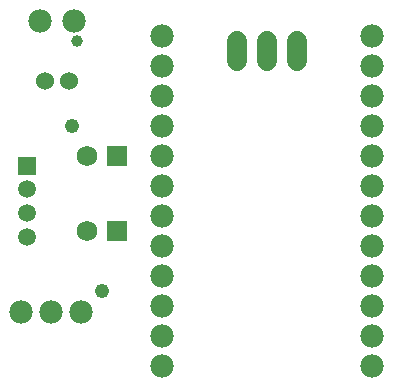
<source format=gbs>
G75*
G70*
%OFA0B0*%
%FSLAX24Y24*%
%IPPOS*%
%LPD*%
%AMOC8*
5,1,8,0,0,1.08239X$1,22.5*
%
%ADD10C,0.0780*%
%ADD11C,0.0680*%
%ADD12R,0.0690X0.0690*%
%ADD13C,0.0690*%
%ADD14C,0.0600*%
%ADD15R,0.0595X0.0595*%
%ADD16C,0.0595*%
%ADD17C,0.0480*%
%ADD18C,0.0396*%
D10*
X006800Y001825D03*
X006800Y002825D03*
X006800Y003825D03*
X006800Y004825D03*
X006800Y005825D03*
X006800Y006825D03*
X006800Y007825D03*
X006800Y008825D03*
X006800Y009825D03*
X006800Y010825D03*
X006800Y011825D03*
X006800Y012825D03*
X003870Y013325D03*
X002730Y013325D03*
X013800Y012825D03*
X013800Y011825D03*
X013800Y010825D03*
X013800Y009825D03*
X013800Y008825D03*
X013800Y007825D03*
X013800Y006825D03*
X013800Y005825D03*
X013800Y004825D03*
X013800Y003825D03*
X013800Y002825D03*
X013800Y001825D03*
X004100Y003625D03*
X003100Y003625D03*
X002100Y003625D03*
D11*
X009300Y012005D02*
X009300Y012645D01*
X010300Y012645D02*
X010300Y012005D01*
X011300Y012005D02*
X011300Y012645D01*
D12*
X005300Y008825D03*
X005300Y006325D03*
D13*
X004300Y006325D03*
X004300Y008825D03*
D14*
X003694Y011325D03*
X002906Y011325D03*
D15*
X002300Y008506D03*
D16*
X002300Y007719D03*
X002300Y006931D03*
X002300Y006144D03*
D17*
X004800Y004325D03*
X003800Y009825D03*
D18*
X003980Y012645D03*
M02*

</source>
